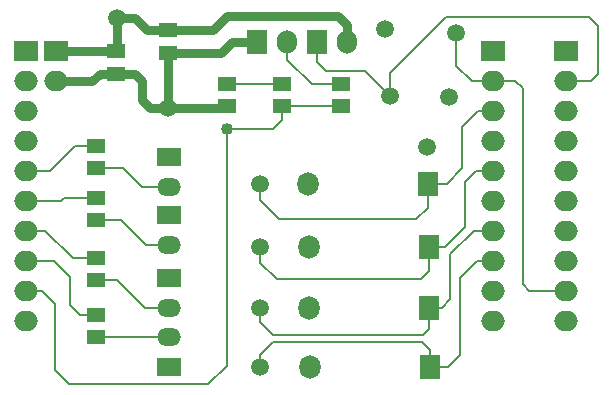
<source format=gbr>
G04 DipTrace 3.3.0.1*
G04 Top.gbr*
%MOMM*%
G04 #@! TF.FileFunction,Copper,L1,Top*
G04 #@! TF.Part,Single*
G04 #@! TA.AperFunction,Conductor*
%ADD13C,0.2*%
%ADD14C,0.8*%
%ADD15R,1.5X1.3*%
G04 #@! TA.AperFunction,ComponentPad*
%ADD16R,1.8X2.0*%
%ADD17O,1.8X2.0*%
%ADD18O,2.0X1.5*%
%ADD19R,2.0X1.5*%
%ADD20R,2.0X1.7*%
%ADD21O,2.0X1.7*%
%ADD22C,1.5*%
%ADD23R,1.7X2.0*%
%ADD24O,1.7X2.0*%
G04 #@! TA.AperFunction,ViaPad*
%ADD25C,1.016*%
%FSLAX35Y35*%
G04*
G71*
G90*
G75*
G01*
G04 Top*
%LPD*%
X4235000Y3645000D2*
D13*
X3985000D1*
X3780000Y3850000D1*
Y4003000D1*
X2330000Y3730000D2*
D14*
X2190000D1*
X2129000Y3669000D1*
X1824000D1*
X2330000Y3730000D2*
X2490000D1*
X2550000Y3670000D1*
Y3510000D1*
X2620000Y3440000D1*
X2770000D1*
X3526000Y4003000D2*
X3313000D1*
X3220000Y3910000D1*
X2770000D1*
Y3440000D1*
X3250000D1*
X3265000Y3455000D1*
X6140000Y1891000D2*
D13*
X5829000D1*
X5770000Y1950000D1*
Y3610000D1*
X5710000Y3670000D1*
X5521000D1*
X5520000Y3669000D1*
X5210000Y4073000D2*
Y3800000D1*
X5340000Y3670000D1*
X5519000D1*
X5520000Y3669000D1*
X4966000Y2800000D2*
X5130000D1*
X5260000Y2930000D1*
Y3280000D1*
X5395000Y3415000D1*
X5520000D1*
X3550000Y2800000D2*
Y2660000D1*
X3710000Y2500000D1*
X4870000D1*
X4966000Y2596000D1*
Y2800000D1*
X4990000Y1250000D2*
X5140000D1*
X5240000Y1350000D1*
Y2000000D1*
X5385000Y2145000D1*
X5520000D1*
X3550000Y1250000D2*
Y1350000D1*
X3660000Y1460000D1*
X4920000D1*
X4990000Y1390000D1*
Y1250000D1*
X4980000Y1750000D2*
X5090000D1*
X5160000Y1820000D1*
Y2200000D1*
X5359000Y2399000D1*
X5520000D1*
X3550000Y1750000D2*
Y1630000D1*
X3660000Y1520000D1*
X4930000D1*
X4980000Y1570000D1*
Y1750000D1*
X4976000Y2260000D2*
X5110000D1*
X5280000Y2430000D1*
Y2810000D1*
X5377000Y2907000D1*
X5520000D1*
X3550000Y2260000D2*
Y2130000D1*
X3690000Y1990000D1*
X4910000D1*
X4976000Y2056000D1*
Y2260000D1*
X1570000Y2145000D2*
X1805000D1*
X1940000Y2010000D1*
Y1770000D1*
X2020000Y1690000D1*
X2160000D1*
Y1500000D2*
X2780000D1*
X1570000Y2653000D2*
Y2650000D1*
X1860000D1*
X1890000Y2680000D1*
X2160000D1*
Y2490000D2*
X2370000D1*
X2580000Y2280000D1*
X2780000D1*
X1570000Y2907000D2*
X1767000D1*
X1980000Y3120000D1*
X2160000D1*
Y2930000D2*
X2390000D1*
X2550000Y2770000D1*
X2780000D1*
X1570000Y2399000D2*
X1731000D1*
X1960000Y2170000D1*
X2160000D1*
Y1980000D2*
X2340000D1*
X2570000Y1750000D1*
X2780000D1*
X4034000Y4003000D2*
Y3826000D1*
X4110000Y3750000D1*
X4440000D1*
X4650000Y3540000D1*
X6140000Y3669000D2*
X6351000D1*
X6412000Y3730000D1*
Y4132000D1*
X6334000Y4210000D1*
X5120000D1*
X4650000Y3740000D1*
Y3540000D1*
X2340000Y4200000D2*
D14*
X2490000D1*
X2590000Y4100000D1*
X2770000D1*
X3150000D1*
X3270000Y4220000D1*
X4210000D1*
X4288000Y4142000D1*
Y4003000D1*
X2340000Y4200000D2*
Y3920000D1*
X2330000D1*
X1824000D1*
Y3923000D1*
X3735000Y3455000D2*
D13*
X4235000D1*
X3735000D2*
Y3335000D1*
X3660000Y3260000D1*
X3270000D1*
X1570000Y1891000D2*
X1699000D1*
X1810000Y1780000D1*
Y1220000D1*
X1930000Y1100000D1*
X3110000D1*
X3270000Y1260000D1*
Y3260000D1*
X3265000Y3645000D2*
X3735000D1*
D25*
X3270000Y3260000D3*
D15*
X2330000Y3920000D3*
Y3730000D3*
X2770000Y4100000D3*
Y3910000D3*
D16*
X4990000Y1250000D3*
D17*
X3974000D3*
D16*
X4980000Y1750000D3*
D17*
X3964000D3*
D16*
X4976000Y2260000D3*
D17*
X3960000D3*
D16*
X4966000Y2800000D3*
D17*
X3950000D3*
D18*
X2780000Y1500000D3*
D19*
Y1246000D3*
D20*
X1570000Y3923000D3*
D21*
Y3669000D3*
Y3415000D3*
Y3161000D3*
Y2907000D3*
Y2653000D3*
Y2399000D3*
Y2145000D3*
Y1891000D3*
Y1637000D3*
D20*
X6140000Y3923000D3*
D21*
Y3669000D3*
Y3415000D3*
Y3161000D3*
Y2907000D3*
Y2653000D3*
Y2399000D3*
Y2145000D3*
Y1891000D3*
Y1637000D3*
D20*
X1824000Y3923000D3*
D21*
Y3669000D3*
D20*
X5520000Y3923000D3*
D21*
Y3669000D3*
Y3415000D3*
Y3161000D3*
Y2907000D3*
Y2653000D3*
Y2399000D3*
Y2145000D3*
Y1891000D3*
Y1637000D3*
D18*
X2780000Y2280000D3*
D19*
Y2534000D3*
D15*
X4235000Y3455000D3*
Y3645000D3*
X3735000D3*
Y3455000D3*
X3265000D3*
Y3645000D3*
X2160000Y1500000D3*
Y1690000D3*
Y1980000D3*
Y2170000D3*
Y2490000D3*
Y2680000D3*
Y2930000D3*
Y3120000D3*
D18*
X2780000Y2770000D3*
D19*
Y3024000D3*
D22*
X2770000Y3440000D3*
X2340000Y4200000D3*
X4610000Y4110000D3*
X4650000Y3540000D3*
X3550000Y1250000D3*
Y1750000D3*
X4960000Y3110000D3*
X3550000Y2260000D3*
X5150000Y3530000D3*
X3550000Y2800000D3*
X5210000Y4073000D3*
D23*
X3526000Y4003000D3*
D24*
X3780000D3*
D23*
X4034000D3*
D24*
X4288000D3*
D18*
X2780000Y1750000D3*
D19*
Y2004000D3*
M02*

</source>
